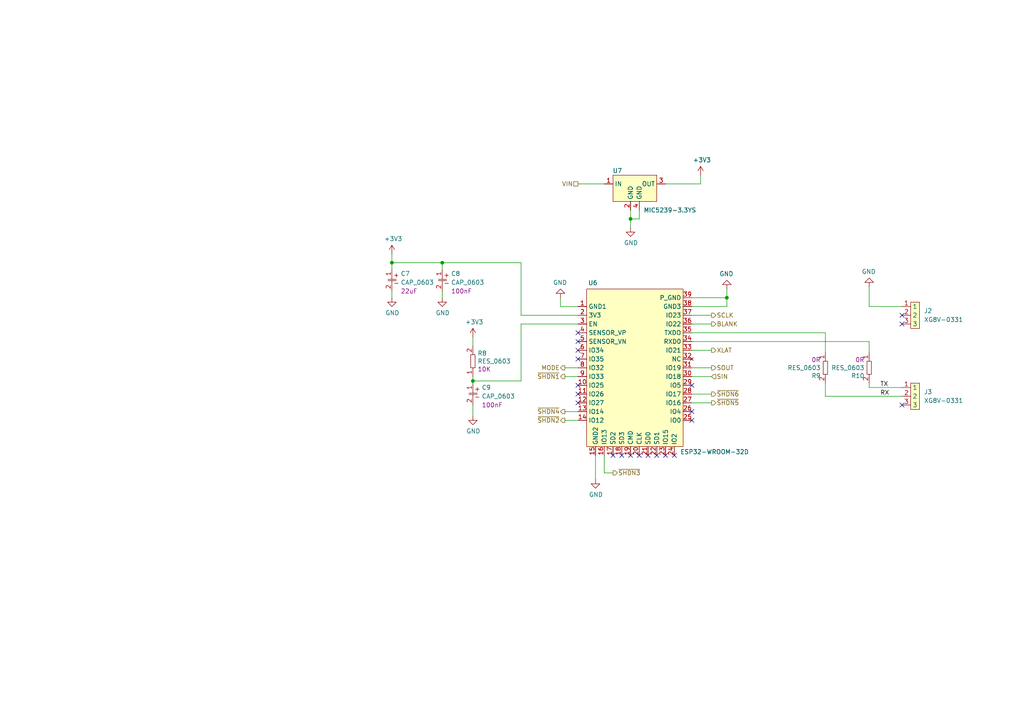
<source format=kicad_sch>
(kicad_sch (version 20211123) (generator eeschema)
  (paper "A4")
  (lib_symbols
    (symbol "BalanceBoard-rescue:CAP_0603-receiver" (pin_names (offset 1.016))
      (property "Reference" "C" (at 3.048 -1.524 0))
      (property "Value" "CAP_0603-receiver" (at 7.112 -3.556 0))
      (property "Capacitance" "100nF" (at 5.334 -5.969 0))
      (symbol "CAP_0603-receiver_0_1"
        (polyline (pts (xy -1.143 -3.302) (xy 1.27 -3.302)))
        (polyline (pts (xy -1.143 -2.921) (xy 1.27 -2.921)))
        (polyline (pts (xy 0 -3.81) (xy 0 -3.429)))
        (polyline (pts (xy 0 -3.302) (xy 0 -3.429)))
        (polyline (pts (xy 0.762 -4.064) (xy 1.778 -4.064)))
        (polyline (pts (xy 0.762 -1.778) (xy 1.778 -1.778)))
        (polyline (pts (xy 1.27 -2.286) (xy 1.27 -1.27)))
        (polyline (pts (xy 0 -2.921) (xy 0 -2.54) (xy 0 -2.921)))
      )
      (symbol "CAP_0603-receiver_1_1"
        (pin passive line (at 0 0 270) (length 2.54) (name "~") (number "1"))
        (pin passive line (at 0 -6.35 90) (length 2.54) (name "~") (number "2"))
      )
    )
    (symbol "BalanceBoard-rescue:RES_0603-receiver" (pin_names (offset 1.016))
      (property "Reference" "R" (at 3.937 2.159 0))
      (property "Value" "RES_0603-receiver" (at 3.81 -2.794 0))
      (property "Resistance" "10K" (at 2.159 -5.207 0))
      (symbol "RES_0603-receiver_0_1"
        (rectangle (start 2.54 0.635) (end 6.35 -0.635))
      )
      (symbol "RES_0603-receiver_1_1"
        (pin passive line (at 0 0 0) (length 2.54) (name "~") (number "1"))
        (pin passive line (at 8.89 0 180) (length 2.54) (name "~") (number "2"))
      )
    )
    (symbol "BalanceBoard:ESP32-WROOM-32D"
      (property "Reference" "U" (at 3.81 6.35 0))
      (property "Value" "ESP32-WROOM-32D" (at 39.37 -43.18 0))
      (symbol "ESP32-WROOM-32D_0_1"
        (rectangle (start 2.54 -40.64) (end 30.48 5.08) (fill (type background)))
      )
      (symbol "ESP32-WROOM-32D_1_1"
        (pin power_in line (at 0 0 0) (length 2.54) (name "GND1") (number "1"))
        (pin bidirectional line (at 0 -22.86 0) (length 2.54) (name "IO25") (number "10"))
        (pin bidirectional line (at 0 -25.4 0) (length 2.54) (name "IO26") (number "11"))
        (pin bidirectional line (at 0 -27.94 0) (length 2.54) (name "IO27") (number "12"))
        (pin bidirectional line (at 0 -30.48 0) (length 2.54) (name "IO14") (number "13"))
        (pin bidirectional line (at 0 -33.02 0) (length 2.54) (name "IO12") (number "14"))
        (pin power_in line (at 5.08 -43.18 90) (length 2.54) (name "GND2") (number "15"))
        (pin bidirectional line (at 7.62 -43.18 90) (length 2.54) (name "IO13") (number "16"))
        (pin bidirectional line (at 10.16 -43.18 90) (length 2.54) (name "SD2") (number "17"))
        (pin bidirectional line (at 12.7 -43.18 90) (length 2.54) (name "SD3") (number "18"))
        (pin bidirectional line (at 15.24 -43.18 90) (length 2.54) (name "CMD") (number "19"))
        (pin power_in line (at 0 -2.54 0) (length 2.54) (name "3V3") (number "2"))
        (pin bidirectional line (at 17.78 -43.18 90) (length 2.54) (name "CLK") (number "20"))
        (pin bidirectional line (at 20.32 -43.18 90) (length 2.54) (name "SD0") (number "21"))
        (pin bidirectional line (at 22.86 -43.18 90) (length 2.54) (name "SD1") (number "22"))
        (pin bidirectional line (at 25.4 -43.18 90) (length 2.54) (name "IO15") (number "23"))
        (pin bidirectional line (at 27.94 -43.18 90) (length 2.54) (name "IO2") (number "24"))
        (pin bidirectional line (at 33.02 -33.02 180) (length 2.54) (name "IO0") (number "25"))
        (pin bidirectional line (at 33.02 -30.48 180) (length 2.54) (name "IO4") (number "26"))
        (pin bidirectional line (at 33.02 -27.94 180) (length 2.54) (name "IO16") (number "27"))
        (pin bidirectional line (at 33.02 -25.4 180) (length 2.54) (name "IO17") (number "28"))
        (pin bidirectional line (at 33.02 -22.86 180) (length 2.54) (name "IO5") (number "29"))
        (pin input line (at 0 -5.08 0) (length 2.54) (name "EN") (number "3"))
        (pin bidirectional line (at 33.02 -20.32 180) (length 2.54) (name "IO18") (number "30"))
        (pin bidirectional line (at 33.02 -17.78 180) (length 2.54) (name "IO19") (number "31"))
        (pin no_connect line (at 33.02 -15.24 180) (length 2.54) (name "NC") (number "32"))
        (pin bidirectional line (at 33.02 -12.7 180) (length 2.54) (name "IO21") (number "33"))
        (pin bidirectional line (at 33.02 -10.16 180) (length 2.54) (name "RXD0") (number "34"))
        (pin bidirectional line (at 33.02 -7.62 180) (length 2.54) (name "TXDO") (number "35"))
        (pin bidirectional line (at 33.02 -5.08 180) (length 2.54) (name "IO22") (number "36"))
        (pin bidirectional line (at 33.02 -2.54 180) (length 2.54) (name "IO23") (number "37"))
        (pin power_in line (at 33.02 0 180) (length 2.54) (name "GND3") (number "38"))
        (pin power_in line (at 33.02 2.54 180) (length 2.54) (name "P_GND") (number "39"))
        (pin bidirectional line (at 0 -7.62 0) (length 2.54) (name "SENSOR_VP") (number "4"))
        (pin bidirectional line (at 0 -10.16 0) (length 2.54) (name "SENSOR_VN") (number "5"))
        (pin bidirectional line (at 0 -12.7 0) (length 2.54) (name "IO34") (number "6"))
        (pin bidirectional line (at 0 -15.24 0) (length 2.54) (name "IO35") (number "7"))
        (pin bidirectional line (at 0 -17.78 0) (length 2.54) (name "IO32") (number "8"))
        (pin bidirectional line (at 0 -20.32 0) (length 2.54) (name "IO33") (number "9"))
      )
    )
    (symbol "BalanceBoard:MIC5239-3.3YS"
      (property "Reference" "U" (at 3.81 3.81 0))
      (property "Value" "MIC5239-3.3YS" (at 20.32 -7.62 0))
      (symbol "MIC5239-3.3YS_0_1"
        (rectangle (start 2.54 2.54) (end 15.24 -5.08) (fill (type background)))
      )
      (symbol "MIC5239-3.3YS_1_1"
        (pin power_in line (at 0 0 0) (length 2.54) (name "IN") (number "1"))
        (pin power_in line (at 7.62 -7.62 90) (length 2.54) (name "GND") (number "2"))
        (pin power_out line (at 17.78 0 180) (length 2.54) (name "OUT") (number "3"))
        (pin power_in line (at 10.16 -7.62 90) (length 2.54) (name "GND") (number "4"))
      )
    )
    (symbol "RailLed:XG8V-0331"
      (property "Reference" "J" (at 6.35 0 0))
      (property "Value" "XG8V-0331" (at 11.43 -2.54 0))
      (symbol "XG8V-0331_0_1"
        (rectangle (start 2.54 1.27) (end 5.08 -6.35) (fill (type background)))
      )
      (symbol "XG8V-0331_1_1"
        (pin passive line (at 0 0 0) (length 2.54) (name "1") (number "1"))
        (pin passive line (at 0 -2.54 0) (length 2.54) (name "2") (number "2"))
        (pin passive line (at 0 -5.08 0) (length 2.54) (name "3") (number "3"))
      )
    )
    (symbol "power:+3.3V" (power) (pin_names (offset 0))
      (property "Value" "+3.3V" (at 0 3.556 0))
      (symbol "+3.3V_0_1"
        (polyline (pts (xy -0.762 1.27) (xy 0 2.54)))
        (polyline (pts (xy 0 0) (xy 0 2.54)))
        (polyline (pts (xy 0 2.54) (xy 0.762 1.27)))
      )
      (symbol "+3.3V_1_1"
        (pin power_in line (at 0 0 90) (length 0) hide (name "+3V3") (number "1"))
      )
    )
    (symbol "power:GND" (power) (pin_names (offset 0))
      (property "Value" "GND" (at 0 -3.81 0))
      (symbol "GND_0_1"
        (polyline (pts (xy 0 0) (xy 0 -1.27) (xy 1.27 -1.27) (xy 0 -2.54) (xy -1.27 -1.27) (xy 0 -1.27)))
      )
      (symbol "GND_1_1"
        (pin power_in line (at 0 0 270) (length 0) hide (name "GND") (number "1"))
      )
    )
  )
  (junction (at 210.82 86.36))
  (junction (at 137.16 110.49))
  (junction (at 182.88 63.5))
  (junction (at 128.27 76.2))
  (junction (at 113.665 76.2))
  (no_connect (at 167.64 99.06))
  (no_connect (at 167.64 111.76))
  (no_connect (at 185.42 132.08))
  (no_connect (at 200.66 111.76))
  (no_connect (at 190.5 132.08))
  (no_connect (at 187.96 132.08))
  (no_connect (at 167.64 101.6))
  (no_connect (at 195.58 132.08))
  (no_connect (at 167.64 114.3))
  (no_connect (at 261.62 91.44))
  (no_connect (at 261.62 117.475))
  (no_connect (at 177.8 132.08))
  (no_connect (at 182.88 132.08))
  (no_connect (at 261.62 93.98))
  (no_connect (at 167.64 104.14))
  (no_connect (at 193.04 132.08))
  (no_connect (at 200.66 119.38))
  (no_connect (at 167.64 96.52))
  (no_connect (at 200.66 121.92))
  (no_connect (at 180.34 132.08))
  (no_connect (at 167.64 116.84))
  (wire (pts (xy 210.82 83.82) (xy 210.82 86.36)))
  (wire (pts (xy 163.83 119.38) (xy 167.64 119.38)))
  (wire (pts (xy 239.395 111.125) (xy 239.395 114.935)))
  (wire (pts (xy 163.83 109.22) (xy 167.64 109.22)))
  (wire (pts (xy 185.42 60.96) (xy 185.42 63.5)))
  (wire (pts (xy 182.88 63.5) (xy 185.42 63.5)))
  (wire (pts (xy 210.82 88.9) (xy 210.82 86.36)))
  (wire (pts (xy 151.13 93.98) (xy 167.64 93.98)))
  (wire (pts (xy 172.72 132.08) (xy 172.72 139.065)))
  (wire (pts (xy 137.16 109.22) (xy 137.16 110.49)))
  (wire (pts (xy 162.56 88.9) (xy 167.64 88.9)))
  (wire (pts (xy 128.27 76.2) (xy 151.13 76.2)))
  (wire (pts (xy 151.13 91.44) (xy 167.64 91.44)))
  (wire (pts (xy 203.2 53.34) (xy 203.2 50.8)))
  (wire (pts (xy 113.665 76.2) (xy 113.665 78.105)))
  (wire (pts (xy 200.66 116.84) (xy 206.375 116.84)))
  (wire (pts (xy 252.095 112.395) (xy 261.62 112.395)))
  (wire (pts (xy 200.66 99.06) (xy 252.095 99.06)))
  (wire (pts (xy 182.88 63.5) (xy 182.88 66.04)))
  (wire (pts (xy 175.26 137.16) (xy 177.8 137.16)))
  (wire (pts (xy 200.66 114.3) (xy 206.375 114.3)))
  (wire (pts (xy 175.26 132.08) (xy 175.26 137.16)))
  (wire (pts (xy 128.27 84.455) (xy 128.27 86.36)))
  (wire (pts (xy 113.665 73.66) (xy 113.665 76.2)))
  (wire (pts (xy 113.665 84.455) (xy 113.665 86.36)))
  (wire (pts (xy 162.56 86.36) (xy 162.56 88.9)))
  (wire (pts (xy 137.16 117.475) (xy 137.16 120.65)))
  (wire (pts (xy 137.16 110.49) (xy 137.16 111.125)))
  (wire (pts (xy 239.395 114.935) (xy 261.62 114.935)))
  (wire (pts (xy 167.64 53.34) (xy 175.26 53.34)))
  (wire (pts (xy 252.095 88.9) (xy 261.62 88.9)))
  (wire (pts (xy 200.66 106.68) (xy 206.375 106.68)))
  (wire (pts (xy 200.66 101.6) (xy 206.375 101.6)))
  (wire (pts (xy 151.13 76.2) (xy 151.13 91.44)))
  (wire (pts (xy 239.395 96.52) (xy 239.395 102.235)))
  (wire (pts (xy 182.88 60.96) (xy 182.88 63.5)))
  (wire (pts (xy 252.095 111.125) (xy 252.095 112.395)))
  (wire (pts (xy 151.13 93.98) (xy 151.13 110.49)))
  (wire (pts (xy 163.83 106.68) (xy 167.64 106.68)))
  (wire (pts (xy 151.13 110.49) (xy 137.16 110.49)))
  (wire (pts (xy 113.665 76.2) (xy 128.27 76.2)))
  (wire (pts (xy 200.66 96.52) (xy 239.395 96.52)))
  (wire (pts (xy 252.095 99.06) (xy 252.095 102.235)))
  (wire (pts (xy 252.095 88.9) (xy 252.095 83.185)))
  (wire (pts (xy 193.04 53.34) (xy 203.2 53.34)))
  (wire (pts (xy 137.16 97.79) (xy 137.16 100.33)))
  (wire (pts (xy 200.66 93.98) (xy 206.375 93.98)))
  (wire (pts (xy 163.83 121.92) (xy 167.64 121.92)))
  (wire (pts (xy 200.66 109.22) (xy 206.375 109.22)))
  (wire (pts (xy 200.66 91.44) (xy 206.375 91.44)))
  (wire (pts (xy 200.66 86.36) (xy 210.82 86.36)))
  (wire (pts (xy 128.27 76.2) (xy 128.27 78.105)))
  (wire (pts (xy 200.66 88.9) (xy 210.82 88.9)))
  (label "RX" (at 255.27 114.935 0))
  (label "TX" (at 255.27 112.395 0))
  (hierarchical_label "SOUT" (shape output) (at 206.375 106.68 0))
  (hierarchical_label "~{SHDN6}" (shape output) (at 206.375 114.3 0))
  (hierarchical_label "~{SHDN3}" (shape output) (at 177.8 137.16 0))
  (hierarchical_label "MODE" (shape output) (at 163.83 106.68 180))
  (hierarchical_label "~{SHDN5}" (shape output) (at 206.375 116.84 0))
  (hierarchical_label "VIN" (shape passive) (at 167.64 53.34 180))
  (hierarchical_label "~{SHDN2}" (shape output) (at 163.83 121.92 180))
  (hierarchical_label "SCLK" (shape output) (at 206.375 91.44 0))
  (hierarchical_label "~{SHDN1}" (shape output) (at 163.83 109.22 180))
  (hierarchical_label "XLAT" (shape output) (at 206.375 101.6 0))
  (hierarchical_label "SIN" (shape input) (at 206.375 109.22 0))
  (hierarchical_label "~{SHDN4}" (shape output) (at 163.83 119.38 180))
  (hierarchical_label "BLANK" (shape output) (at 206.375 93.98 0))
  (symbol (lib_id "power:GND") (at 182.88 66.04 0) (unit 1)
    (property "Reference" "#PWR042" (effects hide))
    (property "Value" "GND" (at 183.007 70.4342 0))
  )
  (symbol (lib_id "BalanceBoard:ESP32-WROOM-32D") (at 167.64 88.9 0) (unit 1)
    (property "Reference" "U6" (at 171.958 82.042 0))
    (property "Value" "ESP32-WROOM-32D" (at 207.264 131.064 0))
    (property "Footprint" "BalanceBoard:ESP32-WROOM-32D" (effects hide))
  )
  (symbol (lib_id "power:GND") (at 172.72 139.065 0) (unit 1)
    (property "Reference" "#PWR041" (effects hide))
    (property "Value" "GND" (at 172.847 143.4592 0))
  )
  (symbol (lib_id "RailLed:XG8V-0331") (at 261.62 88.9 0) (unit 1)
    (property "Reference" "J2" (at 267.97 90.1699 0) (effects (justify left)))
    (property "Value" "XG8V-0331" (at 267.97 92.7099 0) (effects (justify left)))
    (property "Footprint" "RailLed:XG8V-0331" (effects hide))
  )
  (symbol (lib_id "power:GND") (at 162.56 86.36 180) (unit 1)
    (property "Reference" "#PWR040" (effects hide))
    (property "Value" "GND" (at 162.433 81.9658 0))
  )
  (symbol (lib_id "power:GND") (at 252.095 83.185 180) (unit 1)
    (property "Reference" "#PWR045" (effects hide))
    (property "Value" "GND" (at 251.968 78.7908 0))
  )
  (symbol (lib_id "BalanceBoard-rescue:CAP_0603-receiver") (at 137.16 111.125 0) (unit 1)
    (property "Reference" "C9" (at 139.7 112.395 0) (effects (justify left)))
    (property "Value" "CAP_0603" (at 139.7 114.935 0) (effects (justify left)))
    (property "Footprint" "receiver:0603" (effects hide))
    (property "Capacitance" "100nF" (at 139.7 117.475 0) (effects (justify left)))
  )
  (symbol (lib_id "power:+3.3V") (at 137.16 97.79 0) (unit 1)
    (property "Reference" "#PWR038" (effects hide))
    (property "Value" "+3.3V" (at 137.541 93.3958 0))
  )
  (symbol (lib_id "power:GND") (at 137.16 120.65 0) (unit 1)
    (property "Reference" "#PWR039" (effects hide))
    (property "Value" "GND" (at 137.287 125.0442 0))
  )
  (symbol (lib_id "power:+3.3V") (at 203.2 50.8 0) (unit 1)
    (property "Reference" "#PWR043" (effects hide))
    (property "Value" "+3.3V" (at 203.581 46.4058 0))
  )
  (symbol (lib_id "RailLed:XG8V-0331") (at 261.62 112.395 0) (unit 1)
    (property "Reference" "J3" (at 267.97 113.6649 0) (effects (justify left)))
    (property "Value" "XG8V-0331" (at 267.97 116.2049 0) (effects (justify left)))
    (property "Footprint" "RailLed:XG8V-0331" (effects hide))
  )
  (symbol (lib_id "power:GND") (at 210.82 83.82 180) (unit 1)
    (property "Reference" "#PWR044" (effects hide))
    (property "Value" "GND" (at 210.693 79.4258 0))
  )
  (symbol (lib_id "BalanceBoard:MIC5239-3.3YS") (at 175.26 53.34 0) (unit 1)
    (property "Reference" "U7" (at 179.07 49.53 0))
    (property "Value" "MIC5239-3.3YS" (at 194.31 60.96 0))
    (property "Footprint" "BalanceBoard:MIC5239-3.3YS" (effects hide))
  )
  (symbol (lib_id "BalanceBoard-rescue:CAP_0603-receiver") (at 113.665 78.105 0) (unit 1)
    (property "Reference" "C7" (at 116.205 79.375 0) (effects (justify left)))
    (property "Value" "CAP_0603" (at 116.205 81.915 0) (effects (justify left)))
    (property "Footprint" "receiver:0603" (effects hide))
    (property "Capacitance" "22uF" (at 116.205 84.455 0) (effects (justify left)))
  )
  (symbol (lib_id "power:+3.3V") (at 113.665 73.66 0) (unit 1)
    (property "Reference" "#PWR035" (effects hide))
    (property "Value" "+3.3V" (at 114.046 69.2658 0))
  )
  (symbol (lib_id "power:GND") (at 128.27 86.36 0) (unit 1)
    (property "Reference" "#PWR037" (effects hide))
    (property "Value" "GND" (at 128.397 90.7542 0))
  )
  (symbol (lib_id "BalanceBoard-rescue:RES_0603-receiver") (at 137.16 109.22 90) (unit 1)
    (property "Reference" "R8" (at 138.5062 102.4636 90) (effects (justify right)))
    (property "Value" "RES_0603" (at 138.5062 104.775 90) (effects (justify right)))
    (property "Footprint" "receiver:0603" (effects hide))
    (property "Resistance" "10K" (at 138.5062 107.0864 90) (effects (justify right)))
  )
  (symbol (lib_id "BalanceBoard-rescue:RES_0603-receiver") (at 239.395 102.235 270) (unit 1)
    (property "Reference" "R9" (at 238.0488 108.9914 90) (effects (justify right)))
    (property "Value" "RES_0603" (at 238.0488 106.68 90) (effects (justify right)))
    (property "Footprint" "receiver:0603" (effects hide))
    (property "Resistance" "0R" (at 238.0488 104.3686 90) (effects (justify right)))
  )
  (symbol (lib_id "BalanceBoard-rescue:CAP_0603-receiver") (at 128.27 78.105 0) (unit 1)
    (property "Reference" "C8" (at 130.81 79.375 0) (effects (justify left)))
    (property "Value" "CAP_0603" (at 130.81 81.915 0) (effects (justify left)))
    (property "Footprint" "receiver:0603" (effects hide))
    (property "Capacitance" "100nF" (at 130.81 84.455 0) (effects (justify left)))
  )
  (symbol (lib_id "BalanceBoard-rescue:RES_0603-receiver") (at 252.095 102.235 270) (unit 1)
    (property "Reference" "R10" (at 250.7488 108.9914 90) (effects (justify right)))
    (property "Value" "RES_0603" (at 250.7488 106.68 90) (effects (justify right)))
    (property "Footprint" "receiver:0603" (effects hide))
    (property "Resistance" "0R" (at 250.7488 104.3686 90) (effects (justify right)))
  )
  (symbol (lib_id "power:GND") (at 113.665 86.36 0) (unit 1)
    (property "Reference" "#PWR036" (effects hide))
    (property "Value" "GND" (at 113.792 90.7542 0))
  )
)
</source>
